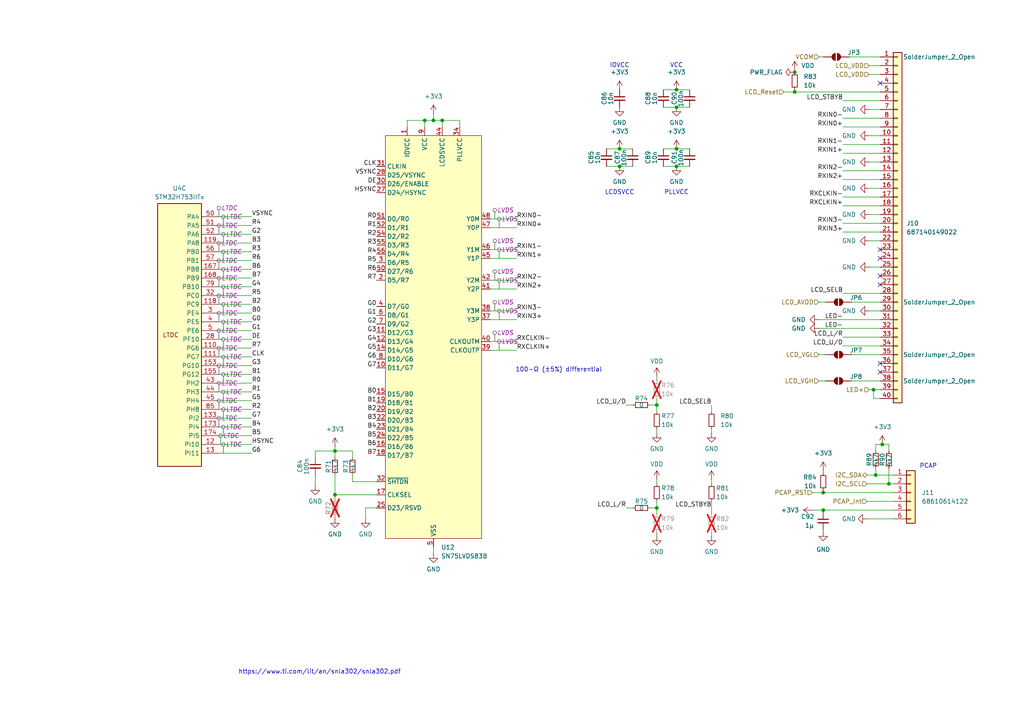
<source format=kicad_sch>
(kicad_sch
	(version 20250114)
	(generator "eeschema")
	(generator_version "9.0")
	(uuid "cfc08744-1338-460e-b9d6-bbb983fd58f1")
	(paper "A4")
	
	(text "100-Ω (±5%) differential "
		(exclude_from_sim no)
		(at 162.56 107.315 0)
		(effects
			(font
				(size 1.27 1.27)
			)
		)
		(uuid "1da41025-8cff-4a99-b544-8c763a73e2d1")
	)
	(text "PLLVCC"
		(exclude_from_sim no)
		(at 196.215 55.88 0)
		(effects
			(font
				(size 1.27 1.27)
			)
		)
		(uuid "69441736-eb38-4f01-a3f7-3aea416466f1")
	)
	(text "VCC"
		(exclude_from_sim no)
		(at 196.215 19.05 0)
		(effects
			(font
				(size 1.27 1.27)
			)
		)
		(uuid "7910a5ee-8ec7-4e91-a5a0-12c5f115d328")
	)
	(text "PCAP"
		(exclude_from_sim no)
		(at 269.24 135.255 0)
		(effects
			(font
				(size 1.27 1.27)
			)
		)
		(uuid "953f9d08-beaa-4a51-9778-13ce58a1a9e4")
	)
	(text "IOVCC"
		(exclude_from_sim no)
		(at 179.705 19.05 0)
		(effects
			(font
				(size 1.27 1.27)
			)
		)
		(uuid "9606f5f8-be5b-4b2d-8242-fc97946d3518")
	)
	(text "LCDSVCC"
		(exclude_from_sim no)
		(at 179.705 55.88 0)
		(effects
			(font
				(size 1.27 1.27)
			)
		)
		(uuid "b0eadaf5-52dd-452a-a86a-3eeecaa6db12")
	)
	(text "https://www.ti.com/lit/an/snla302/snla302.pdf"
		(exclude_from_sim no)
		(at 92.71 194.945 0)
		(effects
			(font
				(size 1.27 1.27)
			)
		)
		(uuid "bb44997b-1e8e-473d-b79d-3a23b573ff01")
	)
	(junction
		(at 97.155 130.81)
		(diameter 0)
		(color 0 0 0 0)
		(uuid "0a014240-3880-4e76-9a94-85fc4b86e196")
	)
	(junction
		(at 179.705 48.26)
		(diameter 0)
		(color 0 0 0 0)
		(uuid "1a981e4a-df1f-4554-808a-8cb682e6b709")
	)
	(junction
		(at 255.905 128.905)
		(diameter 0)
		(color 0 0 0 0)
		(uuid "1f38e153-e651-4879-8c77-3220d9bfe30b")
	)
	(junction
		(at 196.215 26.035)
		(diameter 0)
		(color 0 0 0 0)
		(uuid "36bddcfd-11d5-48fe-af61-3a943aa79791")
	)
	(junction
		(at 257.81 140.335)
		(diameter 0)
		(color 0 0 0 0)
		(uuid "3925a27d-4875-405a-8c29-a7ba8d4725f7")
	)
	(junction
		(at 125.73 34.925)
		(diameter 0)
		(color 0 0 0 0)
		(uuid "51eeccfe-6686-4ca9-8aba-d515e08cb179")
	)
	(junction
		(at 190.5 117.475)
		(diameter 0)
		(color 0 0 0 0)
		(uuid "587b8044-6d76-4594-b205-64f5ae3d0cbf")
	)
	(junction
		(at 128.27 34.925)
		(diameter 0)
		(color 0 0 0 0)
		(uuid "5e4fb1b3-b906-42cb-9bcf-1fe43b515c5c")
	)
	(junction
		(at 123.19 34.925)
		(diameter 0)
		(color 0 0 0 0)
		(uuid "6921e377-c6aa-4918-8f18-78751ee65e4b")
	)
	(junction
		(at 230.505 26.67)
		(diameter 0)
		(color 0 0 0 0)
		(uuid "6b7b1be5-7851-40f7-b61c-54746ac8b71c")
	)
	(junction
		(at 179.705 43.18)
		(diameter 0)
		(color 0 0 0 0)
		(uuid "6f2f8254-1c91-4009-962f-948e94f45990")
	)
	(junction
		(at 238.76 147.955)
		(diameter 0)
		(color 0 0 0 0)
		(uuid "833e2d64-fc43-464a-9283-f695744d3d12")
	)
	(junction
		(at 253.365 113.03)
		(diameter 0)
		(color 0 0 0 0)
		(uuid "89518f6e-9c83-421f-9c57-ab6c1f4a7a34")
	)
	(junction
		(at 97.155 143.51)
		(diameter 0)
		(color 0 0 0 0)
		(uuid "b360e58b-d3d1-4f91-b7db-26a83f81783f")
	)
	(junction
		(at 238.76 142.875)
		(diameter 0)
		(color 0 0 0 0)
		(uuid "ba9f6885-d1c2-4976-8e6c-b3c768d67c14")
	)
	(junction
		(at 190.5 147.32)
		(diameter 0)
		(color 0 0 0 0)
		(uuid "cbdd449a-e405-445e-a272-3419885e6243")
	)
	(junction
		(at 196.215 48.26)
		(diameter 0)
		(color 0 0 0 0)
		(uuid "d008a368-33cc-4d3e-b958-698d092dfcd5")
	)
	(junction
		(at 196.215 31.115)
		(diameter 0)
		(color 0 0 0 0)
		(uuid "ec8f96ba-b615-4c3c-85a1-f8ab19bdb118")
	)
	(junction
		(at 230.505 20.955)
		(diameter 0)
		(color 0 0 0 0)
		(uuid "f0bb0dd0-1498-4cf2-80b4-e31af6999afb")
	)
	(junction
		(at 196.215 43.18)
		(diameter 0)
		(color 0 0 0 0)
		(uuid "f4221231-7f4d-4ee4-b654-d71f985c5bf1")
	)
	(junction
		(at 254 137.795)
		(diameter 0)
		(color 0 0 0 0)
		(uuid "f621acd5-9b92-4da7-afc1-ea1e53f7700e")
	)
	(no_connect
		(at 255.27 107.95)
		(uuid "206530de-08a6-4322-927d-360e1543f9c3")
	)
	(no_connect
		(at 255.27 80.01)
		(uuid "4670c019-b6c9-4fcc-b1c1-90483035a52d")
	)
	(no_connect
		(at 255.27 72.39)
		(uuid "57ba4c83-7552-48dc-a263-d34d0b323fe5")
	)
	(no_connect
		(at 255.27 82.55)
		(uuid "58e4a9ba-9959-41ee-8aa7-af7bb26bb0fc")
	)
	(no_connect
		(at 255.27 74.93)
		(uuid "6656bea9-1e28-47cc-8494-9faa91d6f4b4")
	)
	(no_connect
		(at 255.27 24.13)
		(uuid "b5294258-8b2c-4d02-a271-4a5af5e8753b")
	)
	(no_connect
		(at 255.27 105.41)
		(uuid "d5a720d4-226e-4161-a590-27effc13fbc0")
	)
	(wire
		(pts
			(xy 196.215 48.26) (xy 200.025 48.26)
		)
		(stroke
			(width 0)
			(type default)
		)
		(uuid "0298da3d-88c6-441a-bd23-3a8b6279e8c9")
	)
	(wire
		(pts
			(xy 251.46 140.335) (xy 257.81 140.335)
		)
		(stroke
			(width 0)
			(type default)
		)
		(uuid "05e528cd-cd25-429f-b1b3-d804461f1fbb")
	)
	(wire
		(pts
			(xy 257.81 135.89) (xy 257.81 140.335)
		)
		(stroke
			(width 0)
			(type default)
		)
		(uuid "06b39ecd-f131-4d5e-be11-106155e0051c")
	)
	(wire
		(pts
			(xy 149.86 99.06) (xy 142.24 99.06)
		)
		(stroke
			(width 0)
			(type default)
		)
		(uuid "0714a536-7eb6-4ce2-851e-ea015f0458bc")
	)
	(wire
		(pts
			(xy 238.76 154.305) (xy 238.76 153.67)
		)
		(stroke
			(width 0)
			(type default)
		)
		(uuid "07f733c1-2c84-4554-b580-90af3ab3af81")
	)
	(wire
		(pts
			(xy 97.155 149.86) (xy 97.155 150.495)
		)
		(stroke
			(width 0)
			(type default)
		)
		(uuid "09997052-fd26-4555-95c6-8743f1453e4f")
	)
	(wire
		(pts
			(xy 73.025 90.805) (xy 63.5 90.805)
		)
		(stroke
			(width 0)
			(type default)
		)
		(uuid "0c7769d9-58d9-424f-8e8c-af7626579794")
	)
	(wire
		(pts
			(xy 102.235 130.81) (xy 102.235 132.715)
		)
		(stroke
			(width 0)
			(type default)
		)
		(uuid "0c8bd05c-5fba-4223-a449-4cbbc5bdec09")
	)
	(wire
		(pts
			(xy 133.35 34.925) (xy 133.35 36.83)
		)
		(stroke
			(width 0)
			(type default)
		)
		(uuid "0fe53239-7447-4eb5-8ad5-c0e8b73b79db")
	)
	(wire
		(pts
			(xy 125.73 158.75) (xy 125.73 160.655)
		)
		(stroke
			(width 0)
			(type default)
		)
		(uuid "10cb2966-9e76-4d0b-ae0d-260f6ad04f92")
	)
	(wire
		(pts
			(xy 63.5 111.125) (xy 73.025 111.125)
		)
		(stroke
			(width 0)
			(type default)
		)
		(uuid "15e610cc-4c82-431d-a9a2-2303922c457c")
	)
	(wire
		(pts
			(xy 190.5 147.32) (xy 190.5 149.225)
		)
		(stroke
			(width 0)
			(type default)
		)
		(uuid "1682fa89-003e-4157-a37f-bb74a89a1921")
	)
	(wire
		(pts
			(xy 230.505 20.32) (xy 230.505 20.955)
		)
		(stroke
			(width 0)
			(type default)
		)
		(uuid "17155407-70a1-437c-acf1-ef8c745c8d55")
	)
	(wire
		(pts
			(xy 73.025 78.105) (xy 63.5 78.105)
		)
		(stroke
			(width 0)
			(type default)
		)
		(uuid "17d94e04-1564-40d7-929a-7f08193a5664")
	)
	(wire
		(pts
			(xy 238.76 147.955) (xy 238.76 148.59)
		)
		(stroke
			(width 0)
			(type default)
		)
		(uuid "193249d7-42be-4aa3-9346-3782bac88bef")
	)
	(wire
		(pts
			(xy 190.5 109.22) (xy 190.5 110.49)
		)
		(stroke
			(width 0)
			(type default)
		)
		(uuid "19ebde49-e7ee-4f44-aa21-c9a530b73c81")
	)
	(wire
		(pts
			(xy 252.095 90.17) (xy 255.27 90.17)
		)
		(stroke
			(width 0)
			(type default)
		)
		(uuid "1c029d85-b489-425d-b4be-7fb14080dda1")
	)
	(wire
		(pts
			(xy 247.015 87.63) (xy 255.27 87.63)
		)
		(stroke
			(width 0)
			(type default)
		)
		(uuid "1d48773f-2c67-4fd6-b92d-82324b248da6")
	)
	(wire
		(pts
			(xy 73.025 121.285) (xy 63.5 121.285)
		)
		(stroke
			(width 0)
			(type default)
		)
		(uuid "207bac0e-477b-4ecc-a9e7-30d1882c0397")
	)
	(wire
		(pts
			(xy 97.155 130.81) (xy 102.235 130.81)
		)
		(stroke
			(width 0)
			(type default)
		)
		(uuid "23b220bd-13e9-445f-ae5e-3ab326eee3d2")
	)
	(wire
		(pts
			(xy 238.76 142.24) (xy 238.76 142.875)
		)
		(stroke
			(width 0)
			(type default)
		)
		(uuid "23c600d3-e761-4c99-b45d-34adfb2a9b67")
	)
	(wire
		(pts
			(xy 244.475 59.69) (xy 255.27 59.69)
		)
		(stroke
			(width 0)
			(type default)
		)
		(uuid "27619d87-814b-4e66-8ce5-84c9b258f0bf")
	)
	(wire
		(pts
			(xy 142.24 74.93) (xy 149.86 74.93)
		)
		(stroke
			(width 0)
			(type default)
		)
		(uuid "29b1f2f7-9974-4042-9e5d-7f1190fac34f")
	)
	(wire
		(pts
			(xy 142.24 83.82) (xy 149.86 83.82)
		)
		(stroke
			(width 0)
			(type default)
		)
		(uuid "2c715c41-8579-4be5-8127-330173332aa8")
	)
	(wire
		(pts
			(xy 244.475 64.77) (xy 255.27 64.77)
		)
		(stroke
			(width 0)
			(type default)
		)
		(uuid "2f1b7142-5359-4472-b1fd-de96165f83e6")
	)
	(wire
		(pts
			(xy 73.025 80.645) (xy 63.5 80.645)
		)
		(stroke
			(width 0)
			(type default)
		)
		(uuid "2f42cc24-c719-4c2e-85ed-24e93a3cc083")
	)
	(wire
		(pts
			(xy 252.095 21.59) (xy 255.27 21.59)
		)
		(stroke
			(width 0)
			(type default)
		)
		(uuid "2f4e38f2-30cc-442c-b415-30467d32412d")
	)
	(wire
		(pts
			(xy 109.22 139.7) (xy 102.235 139.7)
		)
		(stroke
			(width 0)
			(type default)
		)
		(uuid "2fa43b00-581c-4b57-a7a9-a604f50b01d8")
	)
	(wire
		(pts
			(xy 73.025 70.485) (xy 63.5 70.485)
		)
		(stroke
			(width 0)
			(type default)
		)
		(uuid "2fd05b17-4010-4706-b3dd-e515141cfb1b")
	)
	(wire
		(pts
			(xy 181.61 147.32) (xy 183.515 147.32)
		)
		(stroke
			(width 0)
			(type default)
		)
		(uuid "30ffd6f7-ef1f-437f-9a7c-a23e216c9290")
	)
	(wire
		(pts
			(xy 206.375 117.475) (xy 206.375 119.38)
		)
		(stroke
			(width 0)
			(type default)
		)
		(uuid "312df952-f886-423f-9ecc-b76acc89c019")
	)
	(wire
		(pts
			(xy 244.475 57.15) (xy 255.27 57.15)
		)
		(stroke
			(width 0)
			(type default)
		)
		(uuid "338cbeb0-9e4c-42b6-9787-f19a5da2870c")
	)
	(wire
		(pts
			(xy 73.025 85.725) (xy 63.5 85.725)
		)
		(stroke
			(width 0)
			(type default)
		)
		(uuid "353d6dc0-f1dc-426d-ba7b-8e9e71df4b19")
	)
	(wire
		(pts
			(xy 230.505 26.035) (xy 230.505 26.67)
		)
		(stroke
			(width 0)
			(type default)
		)
		(uuid "354a3f1c-1c85-4f32-9b4a-8a7f5efa4e0a")
	)
	(wire
		(pts
			(xy 254 128.905) (xy 255.905 128.905)
		)
		(stroke
			(width 0)
			(type default)
		)
		(uuid "357e09a7-75f7-41a8-8c60-319f523d3773")
	)
	(wire
		(pts
			(xy 97.155 132.715) (xy 97.155 130.81)
		)
		(stroke
			(width 0)
			(type default)
		)
		(uuid "36eb8b53-c7a4-49dd-be5b-2105c6730fe4")
	)
	(wire
		(pts
			(xy 190.5 145.415) (xy 190.5 147.32)
		)
		(stroke
			(width 0)
			(type default)
		)
		(uuid "37521562-0348-42d1-a316-ad5f22f99668")
	)
	(wire
		(pts
			(xy 106.045 147.32) (xy 109.22 147.32)
		)
		(stroke
			(width 0)
			(type default)
		)
		(uuid "3a719ff8-c0b4-4593-b1f0-e26697bd70c2")
	)
	(wire
		(pts
			(xy 206.375 124.46) (xy 206.375 125.73)
		)
		(stroke
			(width 0)
			(type default)
		)
		(uuid "3ae24d99-1378-4e06-9b17-fab03726b185")
	)
	(wire
		(pts
			(xy 253.365 115.57) (xy 253.365 113.03)
		)
		(stroke
			(width 0)
			(type default)
		)
		(uuid "3d796974-152f-4f56-bd9a-5cb2a66feb94")
	)
	(wire
		(pts
			(xy 149.86 90.17) (xy 142.24 90.17)
		)
		(stroke
			(width 0)
			(type default)
		)
		(uuid "3db8ead2-c244-4591-9f6b-d8e5bc35cade")
	)
	(wire
		(pts
			(xy 251.46 137.795) (xy 254 137.795)
		)
		(stroke
			(width 0)
			(type default)
		)
		(uuid "3f295cfd-ebba-4b1e-bac9-708590bd77b6")
	)
	(wire
		(pts
			(xy 63.5 113.665) (xy 73.025 113.665)
		)
		(stroke
			(width 0)
			(type default)
		)
		(uuid "41c0f2a2-254c-4e56-9716-76286db98166")
	)
	(wire
		(pts
			(xy 91.44 130.81) (xy 97.155 130.81)
		)
		(stroke
			(width 0)
			(type default)
		)
		(uuid "45d0edf7-736a-4aa7-a23f-5212f8458eff")
	)
	(wire
		(pts
			(xy 253.365 115.57) (xy 255.27 115.57)
		)
		(stroke
			(width 0)
			(type default)
		)
		(uuid "4718d472-c8b6-4441-ab81-d18e38c07fbd")
	)
	(wire
		(pts
			(xy 73.025 95.885) (xy 63.5 95.885)
		)
		(stroke
			(width 0)
			(type default)
		)
		(uuid "474024e8-c41f-40cb-9189-6472ac0431c2")
	)
	(wire
		(pts
			(xy 244.475 52.07) (xy 255.27 52.07)
		)
		(stroke
			(width 0)
			(type default)
		)
		(uuid "48985834-8e71-434f-b58e-ed9ffa085d20")
	)
	(wire
		(pts
			(xy 238.76 147.955) (xy 259.08 147.955)
		)
		(stroke
			(width 0)
			(type default)
		)
		(uuid "4c814185-20ab-4c63-85a3-08873cf631b5")
	)
	(wire
		(pts
			(xy 73.025 126.365) (xy 63.5 126.365)
		)
		(stroke
			(width 0)
			(type default)
		)
		(uuid "4cfb2005-de05-4a9f-b8a3-20c9e3e1b72d")
	)
	(wire
		(pts
			(xy 73.025 88.265) (xy 63.5 88.265)
		)
		(stroke
			(width 0)
			(type default)
		)
		(uuid "502ec2c1-b2f3-4c69-8215-aea89d77cbb8")
	)
	(wire
		(pts
			(xy 235.585 142.875) (xy 238.76 142.875)
		)
		(stroke
			(width 0)
			(type default)
		)
		(uuid "51176f82-a718-44d9-8aac-1fbaebeebff1")
	)
	(wire
		(pts
			(xy 125.73 34.925) (xy 128.27 34.925)
		)
		(stroke
			(width 0)
			(type default)
		)
		(uuid "512c3170-6919-410f-ab24-a01210192fc0")
	)
	(wire
		(pts
			(xy 73.025 75.565) (xy 63.5 75.565)
		)
		(stroke
			(width 0)
			(type default)
		)
		(uuid "5189ac23-5b18-47b9-a125-4cf0911b02fc")
	)
	(wire
		(pts
			(xy 175.895 48.26) (xy 179.705 48.26)
		)
		(stroke
			(width 0)
			(type default)
		)
		(uuid "57ab13e2-8a92-42d1-9fb8-6b02d0766ffe")
	)
	(wire
		(pts
			(xy 188.595 147.32) (xy 190.5 147.32)
		)
		(stroke
			(width 0)
			(type default)
		)
		(uuid "5bb6ede0-1f09-4ee3-b054-e913caa88144")
	)
	(wire
		(pts
			(xy 252.095 62.23) (xy 255.27 62.23)
		)
		(stroke
			(width 0)
			(type default)
		)
		(uuid "5d74f553-7285-4b03-8f7a-7493264e6ca7")
	)
	(wire
		(pts
			(xy 237.49 92.71) (xy 255.27 92.71)
		)
		(stroke
			(width 0)
			(type default)
		)
		(uuid "5f241d29-31c2-41f4-bd3d-059c2e65be39")
	)
	(wire
		(pts
			(xy 73.025 128.905) (xy 63.5 128.905)
		)
		(stroke
			(width 0)
			(type default)
		)
		(uuid "6075275d-7f2e-461d-a448-e93aaa6b54b5")
	)
	(wire
		(pts
			(xy 206.375 139.065) (xy 206.375 140.335)
		)
		(stroke
			(width 0)
			(type default)
		)
		(uuid "60c7230e-5bca-4180-bcca-03d23889c8d9")
	)
	(wire
		(pts
			(xy 179.705 43.18) (xy 183.515 43.18)
		)
		(stroke
			(width 0)
			(type default)
		)
		(uuid "652c6c39-fa45-4f03-89a8-cde00a0d1335")
	)
	(wire
		(pts
			(xy 181.61 117.475) (xy 183.515 117.475)
		)
		(stroke
			(width 0)
			(type default)
		)
		(uuid "65cc8ab6-13ef-40a8-9b07-cc9baf602c04")
	)
	(wire
		(pts
			(xy 244.475 67.31) (xy 255.27 67.31)
		)
		(stroke
			(width 0)
			(type default)
		)
		(uuid "671eb76e-ac7c-495b-9377-d06227dbda46")
	)
	(wire
		(pts
			(xy 206.375 154.305) (xy 206.375 155.575)
		)
		(stroke
			(width 0)
			(type default)
		)
		(uuid "68278b12-7341-4bce-ab78-6f965d6478a7")
	)
	(wire
		(pts
			(xy 188.595 117.475) (xy 190.5 117.475)
		)
		(stroke
			(width 0)
			(type default)
		)
		(uuid "6e4fea39-f48b-434e-b2ca-502d3b4c5e09")
	)
	(wire
		(pts
			(xy 106.045 150.495) (xy 106.045 147.32)
		)
		(stroke
			(width 0)
			(type default)
		)
		(uuid "6f5af170-38aa-4c58-a2e9-2e76e811c87e")
	)
	(wire
		(pts
			(xy 63.5 106.045) (xy 73.025 106.045)
		)
		(stroke
			(width 0)
			(type default)
		)
		(uuid "6fd5cd1c-1fce-4386-8556-454db23ddc22")
	)
	(wire
		(pts
			(xy 63.5 108.585) (xy 73.025 108.585)
		)
		(stroke
			(width 0)
			(type default)
		)
		(uuid "705eca2d-93f6-4c58-a085-77d229760b3e")
	)
	(wire
		(pts
			(xy 244.475 100.33) (xy 255.27 100.33)
		)
		(stroke
			(width 0)
			(type default)
		)
		(uuid "71413b15-4c29-4db8-9aca-4d4d08e03b81")
	)
	(wire
		(pts
			(xy 190.5 124.46) (xy 190.5 125.73)
		)
		(stroke
			(width 0)
			(type default)
		)
		(uuid "71808231-1ba2-4266-ac0d-4cd719878a39")
	)
	(wire
		(pts
			(xy 251.46 145.415) (xy 259.08 145.415)
		)
		(stroke
			(width 0)
			(type default)
		)
		(uuid "718cbf0e-2c2e-4dfb-aa82-e96c26e595e9")
	)
	(wire
		(pts
			(xy 73.025 98.425) (xy 63.5 98.425)
		)
		(stroke
			(width 0)
			(type default)
		)
		(uuid "7346d934-c35c-43c1-88c0-f88dc480586d")
	)
	(wire
		(pts
			(xy 123.19 34.925) (xy 125.73 34.925)
		)
		(stroke
			(width 0)
			(type default)
		)
		(uuid "79289023-9eda-4942-b277-ffdf5c17a90c")
	)
	(wire
		(pts
			(xy 206.375 145.415) (xy 206.375 149.225)
		)
		(stroke
			(width 0)
			(type default)
		)
		(uuid "79526d75-b91c-4e80-a209-f4f7252523a2")
	)
	(wire
		(pts
			(xy 237.49 95.25) (xy 255.27 95.25)
		)
		(stroke
			(width 0)
			(type default)
		)
		(uuid "7a3e6c4f-9432-460d-bcc3-675f61fb2f7b")
	)
	(wire
		(pts
			(xy 237.49 87.63) (xy 239.395 87.63)
		)
		(stroke
			(width 0)
			(type default)
		)
		(uuid "7ba4c5a6-fc2a-42bf-835e-6d3fe146eb49")
	)
	(wire
		(pts
			(xy 73.025 65.405) (xy 63.5 65.405)
		)
		(stroke
			(width 0)
			(type default)
		)
		(uuid "7c194a2f-2393-4372-aed6-e1e9f16266e8")
	)
	(wire
		(pts
			(xy 244.475 85.09) (xy 255.27 85.09)
		)
		(stroke
			(width 0)
			(type default)
		)
		(uuid "7d97b2ea-9c3a-4444-8140-5f88442d21a4")
	)
	(wire
		(pts
			(xy 247.015 110.49) (xy 255.27 110.49)
		)
		(stroke
			(width 0)
			(type default)
		)
		(uuid "7eec6d08-ea72-4bec-9e8e-da5a45800fae")
	)
	(wire
		(pts
			(xy 102.235 139.7) (xy 102.235 137.795)
		)
		(stroke
			(width 0)
			(type default)
		)
		(uuid "7ef4ed38-09cf-4dc1-8d17-593720d6bfbd")
	)
	(wire
		(pts
			(xy 257.81 140.335) (xy 259.08 140.335)
		)
		(stroke
			(width 0)
			(type default)
		)
		(uuid "80449c22-7a2e-48ef-b100-319c64440b08")
	)
	(wire
		(pts
			(xy 91.44 130.81) (xy 91.44 132.715)
		)
		(stroke
			(width 0)
			(type default)
		)
		(uuid "8052b36c-73f0-4c99-a4b1-bba64c1b82e2")
	)
	(wire
		(pts
			(xy 118.11 34.925) (xy 123.19 34.925)
		)
		(stroke
			(width 0)
			(type default)
		)
		(uuid "82256a26-20d4-4f1c-8160-6219baaaf0fd")
	)
	(wire
		(pts
			(xy 192.405 31.115) (xy 196.215 31.115)
		)
		(stroke
			(width 0)
			(type default)
		)
		(uuid "824ceded-869f-4f61-9b0d-737a6d94db16")
	)
	(wire
		(pts
			(xy 252.095 31.75) (xy 255.27 31.75)
		)
		(stroke
			(width 0)
			(type default)
		)
		(uuid "83cc7d18-3605-4624-a3e7-065a5db17972")
	)
	(wire
		(pts
			(xy 97.155 129.54) (xy 97.155 130.81)
		)
		(stroke
			(width 0)
			(type default)
		)
		(uuid "862bf58b-0b37-45d1-90c8-c77c888bb601")
	)
	(wire
		(pts
			(xy 238.76 142.875) (xy 259.08 142.875)
		)
		(stroke
			(width 0)
			(type default)
		)
		(uuid "8a253ece-2bc3-43e4-9198-530d6b262d90")
	)
	(wire
		(pts
			(xy 253.365 113.03) (xy 255.27 113.03)
		)
		(stroke
			(width 0)
			(type default)
		)
		(uuid "8b0d9d8b-5c7a-4cad-883a-66ceb5f7ef54")
	)
	(wire
		(pts
			(xy 237.49 102.87) (xy 239.395 102.87)
		)
		(stroke
			(width 0)
			(type default)
		)
		(uuid "8b6da8b0-de78-4e0a-9628-aa523a0de7bb")
	)
	(wire
		(pts
			(xy 252.095 69.85) (xy 255.27 69.85)
		)
		(stroke
			(width 0)
			(type default)
		)
		(uuid "8fcba768-840e-438e-ac66-8ec626ed306c")
	)
	(wire
		(pts
			(xy 175.895 43.18) (xy 179.705 43.18)
		)
		(stroke
			(width 0)
			(type default)
		)
		(uuid "90afa069-9607-44d1-8a5b-5ef07d699a4a")
	)
	(wire
		(pts
			(xy 123.19 34.925) (xy 123.19 36.83)
		)
		(stroke
			(width 0)
			(type default)
		)
		(uuid "95aa725c-7b4c-4809-b773-ab53822a785e")
	)
	(wire
		(pts
			(xy 91.44 137.795) (xy 91.44 140.97)
		)
		(stroke
			(width 0)
			(type default)
		)
		(uuid "96be8705-1aaf-4f28-aace-ecacb5b0fc86")
	)
	(wire
		(pts
			(xy 235.585 147.955) (xy 238.76 147.955)
		)
		(stroke
			(width 0)
			(type default)
		)
		(uuid "9af2513d-bd0e-422c-8c69-9f61ea71fb1c")
	)
	(wire
		(pts
			(xy 244.475 34.29) (xy 255.27 34.29)
		)
		(stroke
			(width 0)
			(type default)
		)
		(uuid "9afaf073-8914-4b5f-9a09-321c7823603b")
	)
	(wire
		(pts
			(xy 149.86 63.5) (xy 142.24 63.5)
		)
		(stroke
			(width 0)
			(type default)
		)
		(uuid "9b1bb6e8-b640-4df4-90e7-f515e45fb94d")
	)
	(wire
		(pts
			(xy 257.81 128.905) (xy 257.81 130.81)
		)
		(stroke
			(width 0)
			(type default)
		)
		(uuid "9c4d6a6f-f984-42f1-a37b-45ccd36c49c2")
	)
	(wire
		(pts
			(xy 252.095 113.03) (xy 253.365 113.03)
		)
		(stroke
			(width 0)
			(type default)
		)
		(uuid "9cb67b43-cabd-47e1-99bb-bf896041f2a0")
	)
	(wire
		(pts
			(xy 255.905 128.905) (xy 257.81 128.905)
		)
		(stroke
			(width 0)
			(type default)
		)
		(uuid "9cd4ebb7-1f67-4d4a-86a6-5d4df2a67f6d")
	)
	(wire
		(pts
			(xy 73.025 103.505) (xy 63.5 103.505)
		)
		(stroke
			(width 0)
			(type default)
		)
		(uuid "9cd80d76-b308-4f36-bf78-30d41cf882c2")
	)
	(wire
		(pts
			(xy 238.76 16.51) (xy 237.49 16.51)
		)
		(stroke
			(width 0)
			(type default)
		)
		(uuid "9f27b011-688f-4b6b-a398-2eb6a223dd49")
	)
	(wire
		(pts
			(xy 73.025 123.825) (xy 63.5 123.825)
		)
		(stroke
			(width 0)
			(type default)
		)
		(uuid "a0b0b6be-49e7-466a-9be7-f5d9a5e202c7")
	)
	(wire
		(pts
			(xy 73.025 62.865) (xy 63.5 62.865)
		)
		(stroke
			(width 0)
			(type default)
		)
		(uuid "a2d4b60b-4a56-4117-9f46-350310b40e10")
	)
	(wire
		(pts
			(xy 238.76 136.525) (xy 238.76 137.16)
		)
		(stroke
			(width 0)
			(type default)
		)
		(uuid "a38bdfda-67d3-463a-8274-24b317601fed")
	)
	(wire
		(pts
			(xy 196.215 43.18) (xy 200.025 43.18)
		)
		(stroke
			(width 0)
			(type default)
		)
		(uuid "a42e8e46-cd2f-432f-9417-b53432b08db3")
	)
	(wire
		(pts
			(xy 230.505 26.67) (xy 255.27 26.67)
		)
		(stroke
			(width 0)
			(type default)
		)
		(uuid "a94d2cb2-c0e3-4b77-867f-08036eb8635e")
	)
	(wire
		(pts
			(xy 179.705 48.26) (xy 183.515 48.26)
		)
		(stroke
			(width 0)
			(type default)
		)
		(uuid "a9ab5bcb-7b6e-465d-8750-6972b61c2bbb")
	)
	(wire
		(pts
			(xy 196.215 31.115) (xy 200.025 31.115)
		)
		(stroke
			(width 0)
			(type default)
		)
		(uuid "aa32b454-0871-44c0-a45c-e8ddba70bf7e")
	)
	(wire
		(pts
			(xy 73.025 83.185) (xy 63.5 83.185)
		)
		(stroke
			(width 0)
			(type default)
		)
		(uuid "ab9141a5-c2e4-4987-b240-5417d21ae07d")
	)
	(wire
		(pts
			(xy 244.475 49.53) (xy 255.27 49.53)
		)
		(stroke
			(width 0)
			(type default)
		)
		(uuid "ae07fa32-ecd4-4f47-9f9a-68257480dc89")
	)
	(wire
		(pts
			(xy 252.095 19.05) (xy 255.27 19.05)
		)
		(stroke
			(width 0)
			(type default)
		)
		(uuid "ae5d1da4-dc18-4b2d-bc7a-ff67f4fd9e22")
	)
	(wire
		(pts
			(xy 73.025 73.025) (xy 63.5 73.025)
		)
		(stroke
			(width 0)
			(type default)
		)
		(uuid "ae88b2ef-c6a0-445c-8cfe-50ec635910c2")
	)
	(wire
		(pts
			(xy 252.095 77.47) (xy 255.27 77.47)
		)
		(stroke
			(width 0)
			(type default)
		)
		(uuid "b3918266-6f83-4b67-95c2-a18adeb3b8f8")
	)
	(wire
		(pts
			(xy 244.475 97.79) (xy 255.27 97.79)
		)
		(stroke
			(width 0)
			(type default)
		)
		(uuid "b74665b8-9c25-4e6e-9b69-3020ade95bd7")
	)
	(wire
		(pts
			(xy 125.73 33.02) (xy 125.73 34.925)
		)
		(stroke
			(width 0)
			(type default)
		)
		(uuid "b840f00d-7dd3-40a7-a038-2bd1432f126e")
	)
	(wire
		(pts
			(xy 128.27 34.925) (xy 133.35 34.925)
		)
		(stroke
			(width 0)
			(type default)
		)
		(uuid "b92b6ecf-f5c2-4e28-a6c0-424f103af062")
	)
	(wire
		(pts
			(xy 252.095 54.61) (xy 255.27 54.61)
		)
		(stroke
			(width 0)
			(type default)
		)
		(uuid "ba578d3a-fb82-4cea-8c1f-7e1fda372293")
	)
	(wire
		(pts
			(xy 254 137.795) (xy 259.08 137.795)
		)
		(stroke
			(width 0)
			(type default)
		)
		(uuid "bbd5ddb8-14c3-4b2b-aa92-4b50e140d68c")
	)
	(wire
		(pts
			(xy 251.46 150.495) (xy 259.08 150.495)
		)
		(stroke
			(width 0)
			(type default)
		)
		(uuid "bc4832a6-be93-4682-a561-6bd59cf7249f")
	)
	(wire
		(pts
			(xy 254 128.905) (xy 254 130.81)
		)
		(stroke
			(width 0)
			(type default)
		)
		(uuid "bd98bc5c-a944-4744-b53e-8f22f3ee1dda")
	)
	(wire
		(pts
			(xy 142.24 101.6) (xy 149.86 101.6)
		)
		(stroke
			(width 0)
			(type default)
		)
		(uuid "bdbf3e05-4ce9-4913-af14-3d367f3a176f")
	)
	(wire
		(pts
			(xy 244.475 36.83) (xy 255.27 36.83)
		)
		(stroke
			(width 0)
			(type default)
		)
		(uuid "bef8842b-46f7-4d9f-b8ff-b5523cb14e85")
	)
	(wire
		(pts
			(xy 73.025 67.945) (xy 63.5 67.945)
		)
		(stroke
			(width 0)
			(type default)
		)
		(uuid "bf035543-2a39-45e7-8df5-7690765d5f49")
	)
	(wire
		(pts
			(xy 246.38 16.51) (xy 255.27 16.51)
		)
		(stroke
			(width 0)
			(type default)
		)
		(uuid "bf1a0c06-a77e-4d5d-b51a-51e35ebf3517")
	)
	(wire
		(pts
			(xy 252.095 39.37) (xy 255.27 39.37)
		)
		(stroke
			(width 0)
			(type default)
		)
		(uuid "bf23b9bf-e84b-4f47-83d9-2d403c4d44e9")
	)
	(wire
		(pts
			(xy 63.5 118.745) (xy 73.025 118.745)
		)
		(stroke
			(width 0)
			(type default)
		)
		(uuid "c74f487b-259d-4448-825c-86a0898969f4")
	)
	(wire
		(pts
			(xy 192.405 43.18) (xy 196.215 43.18)
		)
		(stroke
			(width 0)
			(type default)
		)
		(uuid "c98340a9-4958-44da-bead-778ce16b983c")
	)
	(wire
		(pts
			(xy 244.475 44.45) (xy 255.27 44.45)
		)
		(stroke
			(width 0)
			(type default)
		)
		(uuid "c9db60b3-18a2-4d9a-b871-8efab5d8404d")
	)
	(wire
		(pts
			(xy 192.405 26.035) (xy 196.215 26.035)
		)
		(stroke
			(width 0)
			(type default)
		)
		(uuid "cedf6cc6-cf0c-4876-9970-dbb1e94e38da")
	)
	(wire
		(pts
			(xy 149.86 72.39) (xy 142.24 72.39)
		)
		(stroke
			(width 0)
			(type default)
		)
		(uuid "d075d592-3916-48ba-bae1-4c662547c997")
	)
	(wire
		(pts
			(xy 73.025 100.965) (xy 63.5 100.965)
		)
		(stroke
			(width 0)
			(type default)
		)
		(uuid "d45c6d57-f568-4cd8-b7c8-36ad8932d851")
	)
	(wire
		(pts
			(xy 247.015 102.87) (xy 255.27 102.87)
		)
		(stroke
			(width 0)
			(type default)
		)
		(uuid "d6807f41-e188-46f1-8757-7119b247f85f")
	)
	(wire
		(pts
			(xy 190.5 117.475) (xy 190.5 119.38)
		)
		(stroke
			(width 0)
			(type default)
		)
		(uuid "e03c2f78-ecb6-4011-a780-91df4e9eb48f")
	)
	(wire
		(pts
			(xy 142.24 92.71) (xy 149.86 92.71)
		)
		(stroke
			(width 0)
			(type default)
		)
		(uuid "e0779c4d-d336-4ce1-bfa3-a3790b2fc8bf")
	)
	(wire
		(pts
			(xy 73.025 131.445) (xy 63.5 131.445)
		)
		(stroke
			(width 0)
			(type default)
		)
		(uuid "e08e363e-2784-44c9-a7c0-82001ed08804")
	)
	(wire
		(pts
			(xy 190.5 139.065) (xy 190.5 140.335)
		)
		(stroke
			(width 0)
			(type default)
		)
		(uuid "e0bfcbdd-bdf9-48a7-a6f5-92a1581af31c")
	)
	(wire
		(pts
			(xy 244.475 41.91) (xy 255.27 41.91)
		)
		(stroke
			(width 0)
			(type default)
		)
		(uuid "e2388c05-3c96-4150-bfba-fabf46d0bbae")
	)
	(wire
		(pts
			(xy 97.155 137.795) (xy 97.155 143.51)
		)
		(stroke
			(width 0)
			(type default)
		)
		(uuid "e70de6e4-78af-4d30-a1cb-1182b39e31e4")
	)
	(wire
		(pts
			(xy 142.24 66.04) (xy 149.86 66.04)
		)
		(stroke
			(width 0)
			(type default)
		)
		(uuid "e7cab5c7-8679-4b50-a42f-f882b181fbb9")
	)
	(wire
		(pts
			(xy 118.11 36.83) (xy 118.11 34.925)
		)
		(stroke
			(width 0)
			(type default)
		)
		(uuid "ea9d0ea8-e098-4297-9c55-b45bedd20476")
	)
	(wire
		(pts
			(xy 149.86 81.28) (xy 142.24 81.28)
		)
		(stroke
			(width 0)
			(type default)
		)
		(uuid "eb39c25b-ffe2-4da6-a0b2-8af71d0c1172")
	)
	(wire
		(pts
			(xy 192.405 48.26) (xy 196.215 48.26)
		)
		(stroke
			(width 0)
			(type default)
		)
		(uuid "f16df34f-8751-4964-b975-6f243a856a47")
	)
	(wire
		(pts
			(xy 237.49 110.49) (xy 239.395 110.49)
		)
		(stroke
			(width 0)
			(type default)
		)
		(uuid "f2557df2-1adf-456b-8f1a-153221d9ea7f")
	)
	(wire
		(pts
			(xy 254 135.89) (xy 254 137.795)
		)
		(stroke
			(width 0)
			(type default)
		)
		(uuid "f34b4a7f-30c2-4c02-acad-64be66476446")
	)
	(wire
		(pts
			(xy 63.5 116.205) (xy 73.025 116.205)
		)
		(stroke
			(width 0)
			(type default)
		)
		(uuid "f535fc31-7588-4f12-9448-61babb53b8af")
	)
	(wire
		(pts
			(xy 97.155 143.51) (xy 109.22 143.51)
		)
		(stroke
			(width 0)
			(type default)
		)
		(uuid "f554973e-e8dd-4851-bca8-6fe663208a8f")
	)
	(wire
		(pts
			(xy 97.155 143.51) (xy 97.155 144.78)
		)
		(stroke
			(width 0)
			(type default)
		)
		(uuid "f564e718-be05-4a41-9b64-a20ab63ac335")
	)
	(wire
		(pts
			(xy 73.025 93.345) (xy 63.5 93.345)
		)
		(stroke
			(width 0)
			(type default)
		)
		(uuid "f5a32e9c-1591-4c8b-a8ac-b0056357b0dd")
	)
	(wire
		(pts
			(xy 190.5 154.305) (xy 190.5 155.575)
		)
		(stroke
			(width 0)
			(type default)
		)
		(uuid "f86d5a4b-b4ea-4bd2-b58a-bff92fc439ab")
	)
	(wire
		(pts
			(xy 244.475 29.21) (xy 255.27 29.21)
		)
		(stroke
			(width 0)
			(type default)
		)
		(uuid "f8bd3e43-06b8-48bc-969c-a24c8a936e42")
	)
	(wire
		(pts
			(xy 227.33 26.67) (xy 230.505 26.67)
		)
		(stroke
			(width 0)
			(type default)
		)
		(uuid "f907b5bd-be26-4ce3-bba1-b715c06131de")
	)
	(wire
		(pts
			(xy 190.5 115.57) (xy 190.5 117.475)
		)
		(stroke
			(width 0)
			(type default)
		)
		(uuid "fc269f37-55eb-4e62-8764-57f209f35f43")
	)
	(wire
		(pts
			(xy 252.095 46.99) (xy 255.27 46.99)
		)
		(stroke
			(width 0)
			(type default)
		)
		(uuid "fd2d8bec-9089-483f-bc2e-e8ddcafcfebb")
	)
	(wire
		(pts
			(xy 128.27 34.925) (xy 128.27 36.83)
		)
		(stroke
			(width 0)
			(type default)
		)
		(uuid "fe954440-ef8c-4f09-84e0-0a27616cf92c")
	)
	(wire
		(pts
			(xy 196.215 26.035) (xy 200.025 26.035)
		)
		(stroke
			(width 0)
			(type default)
		)
		(uuid "ffa19dcc-fc4d-4cde-b3c6-4f1326019579")
	)
	(label "RXIN3-"
		(at 149.86 90.17 0)
		(effects
			(font
				(size 1.27 1.27)
			)
			(justify left bottom)
		)
		(uuid "00d2695c-ba7e-4b9b-a7dc-eb3405ab6848")
	)
	(label "CLK"
		(at 109.22 48.26 180)
		(effects
			(font
				(size 1.27 1.27)
			)
			(justify right bottom)
		)
		(uuid "0152042a-2e95-49bd-8c52-583776a4d18d")
	)
	(label "G7"
		(at 109.22 106.68 180)
		(effects
			(font
				(size 1.27 1.27)
			)
			(justify right bottom)
		)
		(uuid "08754e1f-e8f7-4846-ab84-6afec5cd4af9")
	)
	(label "R6"
		(at 73.025 75.565 0)
		(effects
			(font
				(size 1.27 1.27)
			)
			(justify left bottom)
		)
		(uuid "08ca3b5f-fac8-4fb4-9832-087b8859e3e4")
	)
	(label "G6"
		(at 73.025 131.445 0)
		(effects
			(font
				(size 1.27 1.27)
			)
			(justify left bottom)
		)
		(uuid "096b0597-da20-426d-a588-67938caf16a3")
	)
	(label "B0"
		(at 109.22 114.3 180)
		(effects
			(font
				(size 1.27 1.27)
			)
			(justify right bottom)
		)
		(uuid "096d8b65-3f35-45ea-a2cb-ec5d8c6d025a")
	)
	(label "RXIN2+"
		(at 244.475 52.07 180)
		(effects
			(font
				(size 1.27 1.27)
			)
			(justify right bottom)
		)
		(uuid "0e44530d-a1d4-42ae-910e-b7fa88ab0906")
	)
	(label "G6"
		(at 109.22 104.14 180)
		(effects
			(font
				(size 1.27 1.27)
			)
			(justify right bottom)
		)
		(uuid "148f24ec-133d-46ba-8469-e51a77694918")
	)
	(label "LED-"
		(at 244.475 95.25 180)
		(effects
			(font
				(size 1.27 1.27)
			)
			(justify right bottom)
		)
		(uuid "1734c896-d62e-44bd-8d20-21a2e9dccd60")
	)
	(label "B0"
		(at 73.025 90.805 0)
		(effects
			(font
				(size 1.27 1.27)
			)
			(justify left bottom)
		)
		(uuid "2533289e-e9d3-45ba-974c-2c60d94ab3ac")
	)
	(label "B5"
		(at 73.025 126.365 0)
		(effects
			(font
				(size 1.27 1.27)
			)
			(justify left bottom)
		)
		(uuid "2b03ce00-50b9-443b-a694-95e2ad9fbd0b")
	)
	(label "RXCLKIN+"
		(at 244.475 59.69 180)
		(effects
			(font
				(size 1.27 1.27)
			)
			(justify right bottom)
		)
		(uuid "2bc06b32-3f21-403a-9e2f-cc5591cc7bf4")
	)
	(label "B6"
		(at 73.025 78.105 0)
		(effects
			(font
				(size 1.27 1.27)
			)
			(justify left bottom)
		)
		(uuid "2f13269d-acbc-4026-a52b-966bcaf67fb9")
	)
	(label "R5"
		(at 109.22 76.2 180)
		(effects
			(font
				(size 1.27 1.27)
			)
			(justify right bottom)
		)
		(uuid "2f9635c8-4f48-4faf-a078-cffff38268eb")
	)
	(label "G5"
		(at 109.22 101.6 180)
		(effects
			(font
				(size 1.27 1.27)
			)
			(justify right bottom)
		)
		(uuid "2ff65520-03fa-4157-9b8f-e439531e5d4d")
	)
	(label "R5"
		(at 73.025 85.725 0)
		(effects
			(font
				(size 1.27 1.27)
			)
			(justify left bottom)
		)
		(uuid "30a26e4c-77dd-4daa-959d-9445d0b53384")
	)
	(label "LCD_STBYB"
		(at 206.375 147.32 180)
		(effects
			(font
				(size 1.27 1.27)
			)
			(justify right bottom)
		)
		(uuid "313daad7-5729-4cd5-a0eb-96ce9856e820")
	)
	(label "HSYNC"
		(at 73.025 128.905 0)
		(effects
			(font
				(size 1.27 1.27)
			)
			(justify left bottom)
		)
		(uuid "37ed1a4c-aaa7-4117-9939-eaf71c7fd3dd")
	)
	(label "VSYNC"
		(at 73.025 62.865 0)
		(effects
			(font
				(size 1.27 1.27)
			)
			(justify left bottom)
		)
		(uuid "4027ccb6-ccfc-48bb-ac38-97fd486ede19")
	)
	(label "R3"
		(at 73.025 73.025 0)
		(effects
			(font
				(size 1.27 1.27)
			)
			(justify left bottom)
		)
		(uuid "402fbdd1-f16d-42f6-b6d4-2893e3aeedfc")
	)
	(label "RXIN3+"
		(at 149.86 92.71 0)
		(effects
			(font
				(size 1.27 1.27)
			)
			(justify left bottom)
		)
		(uuid "4a58a965-b7ea-4b42-b760-89192e489f04")
	)
	(label "B3"
		(at 73.025 70.485 0)
		(effects
			(font
				(size 1.27 1.27)
			)
			(justify left bottom)
		)
		(uuid "4fe9fb27-c50c-4dba-8b12-14fe9d941704")
	)
	(label "R0"
		(at 73.025 111.125 0)
		(effects
			(font
				(size 1.27 1.27)
			)
			(justify left bottom)
		)
		(uuid "5036eab7-a315-4c60-9769-172ad985f941")
	)
	(label "R6"
		(at 109.22 78.74 180)
		(effects
			(font
				(size 1.27 1.27)
			)
			(justify right bottom)
		)
		(uuid "50a8c713-5dc9-4c0c-87ac-23fc241eaac3")
	)
	(label "RXIN3+"
		(at 244.475 67.31 180)
		(effects
			(font
				(size 1.27 1.27)
			)
			(justify right bottom)
		)
		(uuid "57003274-96a1-4384-8c1a-2fe513369741")
	)
	(label "R1"
		(at 73.025 113.665 0)
		(effects
			(font
				(size 1.27 1.27)
			)
			(justify left bottom)
		)
		(uuid "57fc748d-c2ac-41da-bfa8-02cfdd97af99")
	)
	(label "B1"
		(at 109.22 116.84 180)
		(effects
			(font
				(size 1.27 1.27)
			)
			(justify right bottom)
		)
		(uuid "5a19eec5-bc36-4a24-9e46-c05116e0da24")
	)
	(label "RXIN2-"
		(at 149.86 81.28 0)
		(effects
			(font
				(size 1.27 1.27)
			)
			(justify left bottom)
		)
		(uuid "5db48e7d-4953-4fc8-b0c0-3d62cafc07b8")
	)
	(label "G3"
		(at 73.025 106.045 0)
		(effects
			(font
				(size 1.27 1.27)
			)
			(justify left bottom)
		)
		(uuid "5ece0f61-52d4-421f-b104-18f73cbff931")
	)
	(label "DE"
		(at 73.025 98.425 0)
		(effects
			(font
				(size 1.27 1.27)
			)
			(justify left bottom)
		)
		(uuid "5f11e062-7669-4fed-ae54-2410bfd2c9aa")
	)
	(label "B4"
		(at 109.22 124.46 180)
		(effects
			(font
				(size 1.27 1.27)
			)
			(justify right bottom)
		)
		(uuid "6243d259-549d-440c-89a5-83209aebb695")
	)
	(label "G3"
		(at 109.22 96.52 180)
		(effects
			(font
				(size 1.27 1.27)
			)
			(justify right bottom)
		)
		(uuid "6475158b-452e-4407-bc5c-cbe2225862a0")
	)
	(label "B3"
		(at 109.22 121.92 180)
		(effects
			(font
				(size 1.27 1.27)
			)
			(justify right bottom)
		)
		(uuid "68a208c6-5f66-4de8-95eb-958a270c0efd")
	)
	(label "RXIN2+"
		(at 149.86 83.82 0)
		(effects
			(font
				(size 1.27 1.27)
			)
			(justify left bottom)
		)
		(uuid "6a680cca-13a6-4f53-947d-dd7b77cb8d80")
	)
	(label "RXCLKIN-"
		(at 149.86 99.06 0)
		(effects
			(font
				(size 1.27 1.27)
			)
			(justify left bottom)
		)
		(uuid "6f80c29e-dcfb-470f-b8a3-254f5fe8390b")
	)
	(label "G2"
		(at 109.22 93.98 180)
		(effects
			(font
				(size 1.27 1.27)
			)
			(justify right bottom)
		)
		(uuid "6fe78f8c-aa6c-495b-a2d0-7e4f6326bc40")
	)
	(label "LCD_L{slash}R"
		(at 181.61 147.32 180)
		(effects
			(font
				(size 1.27 1.27)
			)
			(justify right bottom)
		)
		(uuid "701f3dff-6da1-4e71-87d5-12c85549e106")
	)
	(label "R3"
		(at 109.22 71.12 180)
		(effects
			(font
				(size 1.27 1.27)
			)
			(justify right bottom)
		)
		(uuid "708b591f-2881-4ae0-a20b-d8559f75da6e")
	)
	(label "B5"
		(at 109.22 127 180)
		(effects
			(font
				(size 1.27 1.27)
			)
			(justify right bottom)
		)
		(uuid "70da06be-4e17-4517-957d-299c1ceb91d9")
	)
	(label "LCD_U{slash}D"
		(at 181.61 117.475 180)
		(effects
			(font
				(size 1.27 1.27)
			)
			(justify right bottom)
		)
		(uuid "736e1f78-2325-48bc-b630-11f9ba7deaad")
	)
	(label "G1"
		(at 109.22 91.44 180)
		(effects
			(font
				(size 1.27 1.27)
			)
			(justify right bottom)
		)
		(uuid "82a3c86b-2ae2-4258-a371-0c95745c9d37")
	)
	(label "RXIN1-"
		(at 244.475 41.91 180)
		(effects
			(font
				(size 1.27 1.27)
			)
			(justify right bottom)
		)
		(uuid "9071c682-3516-4aba-9b72-926e5fa6e5bc")
	)
	(label "R4"
		(at 109.22 73.66 180)
		(effects
			(font
				(size 1.27 1.27)
			)
			(justify right bottom)
		)
		(uuid "90d54928-5f90-4149-bde2-70defc6cd53c")
	)
	(label "B2"
		(at 109.22 119.38 180)
		(effects
			(font
				(size 1.27 1.27)
			)
			(justify right bottom)
		)
		(uuid "939d674a-7322-4175-89d4-6cd3eda47fcd")
	)
	(label "R2"
		(at 73.025 118.745 0)
		(effects
			(font
				(size 1.27 1.27)
			)
			(justify left bottom)
		)
		(uuid "94c16b95-1411-4c82-ab58-c6752095558e")
	)
	(label "RXIN1+"
		(at 244.475 44.45 180)
		(effects
			(font
				(size 1.27 1.27)
			)
			(justify right bottom)
		)
		(uuid "9905f431-c83d-495d-8fe2-35654f4019ee")
	)
	(label "R2"
		(at 109.22 68.58 180)
		(effects
			(font
				(size 1.27 1.27)
			)
			(justify right bottom)
		)
		(uuid "9935db15-f43d-43b7-bea3-038a4563c6a7")
	)
	(label "G4"
		(at 73.025 83.185 0)
		(effects
			(font
				(size 1.27 1.27)
			)
			(justify left bottom)
		)
		(uuid "9a114369-d623-4017-b616-6be20bbadbe7")
	)
	(label "G5"
		(at 73.025 116.205 0)
		(effects
			(font
				(size 1.27 1.27)
			)
			(justify left bottom)
		)
		(uuid "a74c3866-9696-441e-9426-16d3b6653334")
	)
	(label "R1"
		(at 109.22 66.04 180)
		(effects
			(font
				(size 1.27 1.27)
			)
			(justify right bottom)
		)
		(uuid "a817359a-3459-47a6-8818-6adb45365941")
	)
	(label "R7"
		(at 109.22 81.28 180)
		(effects
			(font
				(size 1.27 1.27)
			)
			(justify right bottom)
		)
		(uuid "ac079dbe-5a78-4a17-966e-171b8aced527")
	)
	(label "LCD_L{slash}R"
		(at 244.475 97.79 180)
		(effects
			(font
				(size 1.27 1.27)
			)
			(justify right bottom)
		)
		(uuid "af953849-ae79-4acc-9dd4-43444d84753b")
	)
	(label "B6"
		(at 109.22 129.54 180)
		(effects
			(font
				(size 1.27 1.27)
			)
			(justify right bottom)
		)
		(uuid "b0621dcb-a832-422e-b6eb-2d5b296b5c91")
	)
	(label "B1"
		(at 73.025 108.585 0)
		(effects
			(font
				(size 1.27 1.27)
			)
			(justify left bottom)
		)
		(uuid "b8bb422a-6cb6-44d7-8efe-c78bca779ae7")
	)
	(label "RXIN3-"
		(at 244.475 64.77 180)
		(effects
			(font
				(size 1.27 1.27)
			)
			(justify right bottom)
		)
		(uuid "b9c11c3c-104f-422e-aa41-9c235b7c0fc2")
	)
	(label "RXIN0+"
		(at 149.86 66.04 0)
		(effects
			(font
				(size 1.27 1.27)
			)
			(justify left bottom)
		)
		(uuid "b9c9e84b-4347-4742-9098-b667fb92b454")
	)
	(label "B7"
		(at 73.025 80.645 0)
		(effects
			(font
				(size 1.27 1.27)
			)
			(justify left bottom)
		)
		(uuid "c02d7445-1166-41f6-90dc-bbc5efa3194f")
	)
	(label "RXIN0+"
		(at 244.475 36.83 180)
		(effects
			(font
				(size 1.27 1.27)
			)
			(justify right bottom)
		)
		(uuid "c4763b04-115c-41c7-850d-a985c42bc0c0")
	)
	(label "RXIN0-"
		(at 149.86 63.5 0)
		(effects
			(font
				(size 1.27 1.27)
			)
			(justify left bottom)
		)
		(uuid "c7fe985c-fcd6-423c-9a11-e177e191ec62")
	)
	(label "G0"
		(at 109.22 88.9 180)
		(effects
			(font
				(size 1.27 1.27)
			)
			(justify right bottom)
		)
		(uuid "c8abbefb-8dd6-4a5b-a015-e266fb5b1ef4")
	)
	(label "R0"
		(at 109.22 63.5 180)
		(effects
			(font
				(size 1.27 1.27)
			)
			(justify right bottom)
		)
		(uuid "c9efc170-5f61-4d65-ad7e-22c526cf67ae")
	)
	(label "RXIN0-"
		(at 244.475 34.29 180)
		(effects
			(font
				(size 1.27 1.27)
			)
			(justify right bottom)
		)
		(uuid "d06c52dc-fbc3-4fab-9eee-173335b7e10f")
	)
	(label "RXIN2-"
		(at 244.475 49.53 180)
		(effects
			(font
				(size 1.27 1.27)
			)
			(justify right bottom)
		)
		(uuid "d0a7a9ef-000a-4c51-ad98-e4f29d14666f")
	)
	(label "VSYNC"
		(at 109.22 50.8 180)
		(effects
			(font
				(size 1.27 1.27)
			)
			(justify right bottom)
		)
		(uuid "d2598da9-f418-4cea-ba7a-c8a9e011890c")
	)
	(label "LED-"
		(at 244.475 92.71 180)
		(effects
			(font
				(size 1.27 1.27)
			)
			(justify right bottom)
		)
		(uuid "d39ef679-e84b-4496-9a68-7890c3c1cf76")
	)
	(label "CLK"
		(at 73.025 103.505 0)
		(effects
			(font
				(size 1.27 1.27)
			)
			(justify left bottom)
		)
		(uuid "d517b796-9870-4a9a-9e4d-e348d03fd5c2")
	)
	(label "B7"
		(at 109.22 132.08 180)
		(effects
			(font
				(size 1.27 1.27)
			)
			(justify right bottom)
		)
		(uuid "d8f9f2c4-0c1b-4083-a93f-78683476a003")
	)
	(label "RXIN1+"
		(at 149.86 74.93 0)
		(effects
			(font
				(size 1.27 1.27)
			)
			(justify left bottom)
		)
		(uuid "ddbd3f55-cf36-4eac-ac86-5a9811fc7432")
	)
	(label "G4"
		(at 109.22 99.06 180)
		(effects
			(font
				(size 1.27 1.27)
			)
			(justify right bottom)
		)
		(uuid "de5900e9-f2b0-45a4-a513-48b158a9284c")
	)
	(label "G1"
		(at 73.025 95.885 0)
		(effects
			(font
				(size 1.27 1.27)
			)
			(justify left bottom)
		)
		(uuid "de7d90ee-d86b-4bfd-a987-0356c8844a67")
	)
	(label "HSYNC"
		(at 109.22 55.88 180)
		(effects
			(font
				(size 1.27 1.27)
			)
			(justify right bottom)
		)
		(uuid "dec2560e-1c9e-4de4-99ac-b11179322378")
	)
	(label "DE"
		(at 109.22 53.34 180)
		(effects
			(font
				(size 1.27 1.27)
			)
			(justify right bottom)
		)
		(uuid "ded0d982-9f4c-41a8-b23e-e86a83d8dcfa")
	)
	(label "G0"
		(at 73.025 93.345 0)
		(effects
			(font
				(size 1.27 1.27)
			)
			(justify left bottom)
		)
		(uuid "e050301c-7a8f-46e2-809d-9668034dcb70")
	)
	(label "G7"
		(at 73.025 121.285 0)
		(effects
			(font
				(size 1.27 1.27)
			)
			(justify left bottom)
		)
		(uuid "e25cac01-a1d1-4410-9453-dc1e7dee9884")
	)
	(label "RXCLKIN-"
		(at 244.475 57.15 180)
		(effects
			(font
				(size 1.27 1.27)
			)
			(justify right bottom)
		)
		(uuid "e3479dc0-fac6-47ea-afd9-7a262d6f45ef")
	)
	(label "B4"
		(at 73.025 123.825 0)
		(effects
			(font
				(size 1.27 1.27)
			)
			(justify left bottom)
		)
		(uuid "e7ccaf11-9574-4634-8ca0-f954410a4778")
	)
	(label "R4"
		(at 73.025 65.405 0)
		(effects
			(font
				(size 1.27 1.27)
			)
			(justify left bottom)
		)
		(uuid "e91c9602-f555-4d1a-969c-4d914a963e81")
	)
	(label "LCD_SELB"
		(at 206.375 117.475 180)
		(effects
			(font
				(size 1.27 1.27)
			)
			(justify right bottom)
		)
		(uuid "e9d94d1f-97da-4201-b98e-6b26159f2204")
	)
	(label "B2"
		(at 73.025 88.265 0)
		(effects
			(font
				(size 1.27 1.27)
			)
			(justify left bottom)
		)
		(uuid "ed36f253-9a6b-4cae-b9ae-6752c6373800")
	)
	(label "LCD_U{slash}D"
		(at 244.475 100.33 180)
		(effects
			(font
				(size 1.27 1.27)
			)
			(justify right bottom)
		)
		(uuid "f1579240-69c8-4d8a-89ae-2a00d9698b8b")
	)
	(label "RXIN1-"
		(at 149.86 72.39 0)
		(effects
			(font
				(size 1.27 1.27)
			)
			(justify left bottom)
		)
		(uuid "f360c92e-2eb1-4534-86d2-2f65a605e7b6")
	)
	(label "G2"
		(at 73.025 67.945 0)
		(effects
			(font
				(size 1.27 1.27)
			)
			(justify left bottom)
		)
		(uuid "f40a8545-3449-45e3-888c-94ec74c3e77a")
	)
	(label "LCD_STBYB"
		(at 244.475 29.21 180)
		(effects
			(font
				(size 1.27 1.27)
			)
			(justify right bottom)
		)
		(uuid "f71214ca-fedd-46f5-9f55-ff4662ffc85a")
	)
	(label "LCD_SELB"
		(at 244.475 85.09 180)
		(effects
			(font
				(size 1.27 1.27)
			)
			(justify right bot
... [118235 chars truncated]
</source>
